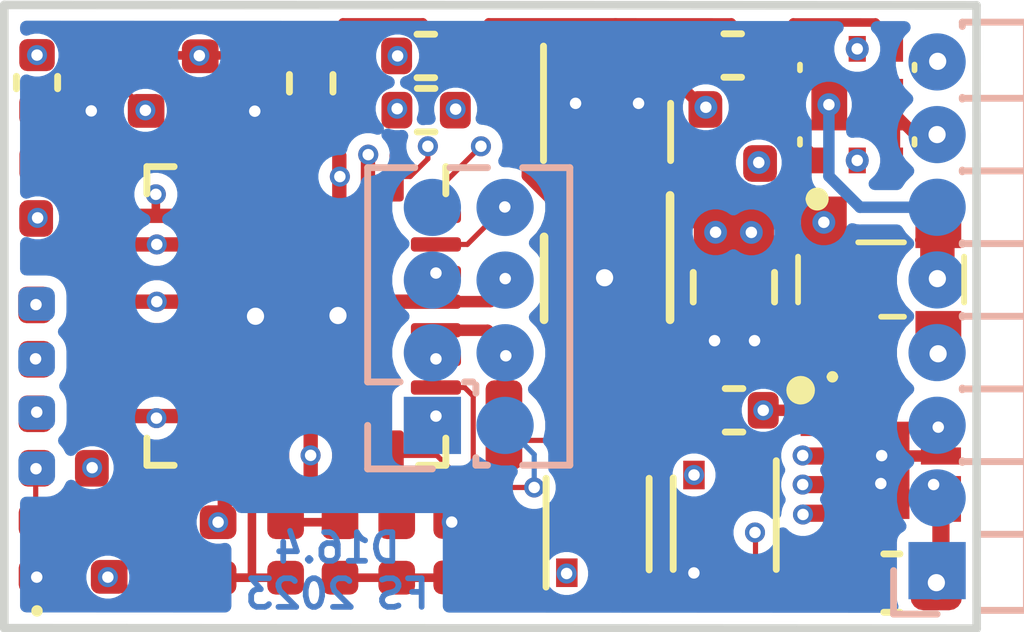
<source format=kicad_pcb>
(kicad_pcb (version 20171130) (host pcbnew "(5.1.12)-1")
  (layers (0 F.Cu signal) (1 In1.Cu signal) (2 In2.Cu signal) (3 In3.Cu signal) (4 In4.Cu signal) (31 B.Cu signal hide) (34 B.Paste user hide) (35 F.Paste user hide) (36 B.SilkS user) (37 F.SilkS user) (38 B.Mask user hide) (39 F.Mask user) (44 Edge.Cuts user))
  (net 0 "")
  (net 1 GND)
  (net 2 +3V3)
  (net 3 DCC-b)
  (net 4 DCC-a)
  (net 5 RCM.tx)
  (net 6 UDCC-a)
  (net 7 UDCC-b)
  (net 8 "Net-(R7-Pad2)")
  (net 9 "Net-(R8-Pad2)")
  (net 10 ISENS)
  (net 11 PWM2)
  (net 12 PWM1)
  (net 13 M1)
  (net 14 M2)
  (net 15 uSENS2)
  (net 16 uSENS1)
  (net 17 "Net-(Q1-Pad5)")
  (net 18 "Net-(Q1-Pad2)")
  (net 19 VHBR)
  (net 20 "Net-(Q1-Pad3)")
  (net 21 "Net-(Q2-Pad5)")
  (net 22 LED.R.red)
  (net 23 LED.R.wht)
  (net 24 LED.F.wht)
  (net 25 "Net-(C2-Pad1)")
  (net 26 "Net-(C5-Pad1)")
  (net 27 V24.rx)
  (net 28 V24.tx)
  (net 29 UPDI)
  (net 30 V24.cts)
  (net 31 V24.rts)
  (net 32 Lr)
  (net 33 Lf)
  (net 34 F0r)
  (net 35 F0f)
  (net 36 "Net-(D1-Pad2)")
  (net 37 "Net-(R14-Pad2)")
  (net 38 "Net-(R16-Pad1)")
  (net 39 "Net-(R14-Pad1)")
  (net 40 Vref)
  (net 41 LED.F.red)
  (net 42 "Net-(IC1-Pad1)")
  (net 43 IFL)
  (net 44 "Net-(Q3-Pad1)")
  (module Resistor_SMD:R_0402_1005Metric (layer F.Cu) (at 55.85968 -47.32274 90)
    (fp_text reference R22 hide)
    (fp_text value 2)
    (pad 2 smd roundrect (at 0.51 0 90) (size 0.54 0.64) (layers F.Cu F.Paste F.Mask) (net 44 "Net-(Q3-Pad1)"))
    (pad 1 smd roundrect (at -0.51 0 90) (size 0.54 0.64) (layers F.Cu F.Paste F.Mask) (net 1 GND))
  )
  (module _Samac:CSD87502Q2 (layer F.Cu) (at 65.39484 -46.94936 90)
    (fp_text reference Q3 hide)
    (fp_text value CSD87502Q2 hide)
    (pad D2 smd rect (at 0 0.488 180) (size 0.625 0.9) (layers F.Cu F.Paste F.Mask) (net 33 Lf))
    (pad D1 smd rect (at 0 -0.488 180) (size 0.625 0.9) (layers F.Cu F.Paste F.Mask) (net 32 Lr))
    (pad 6 smd rect (at 0.975 -0.65 180) (size 0.3 0.45) (layers F.Cu F.Paste F.Mask) (net 32 Lr))
    (pad 5 smd rect (at 0.975 0 180) (size 0.3 0.45) (layers F.Cu F.Paste F.Mask) (net 35 F0f))
    (pad 4 smd rect (at 0.975 0.65 180) (size 0.3 0.45) (layers F.Cu F.Paste F.Mask) (net 44 "Net-(Q3-Pad1)"))
    (pad 3 smd rect (at -0.975 0.65 180) (size 0.3 0.45) (layers F.Cu F.Paste F.Mask) (net 33 Lf))
    (pad 2 smd rect (at -0.975 0 180) (size 0.3 0.45) (layers F.Cu F.Paste F.Mask) (net 34 F0r))
    (pad 1 smd rect (at -0.975 -0.65 180) (size 0.3 0.45) (layers F.Cu F.Paste F.Mask) (net 44 "Net-(Q3-Pad1)"))
  )
  (module _Samac:SON50P200X200X80-9N (layer F.Cu) (at 65.80632 -40.55872)
    (fp_text reference IC1)
    (fp_text value DRV8231ADSGR hide)
    (pad 9 smd rect (at 0 0) (size 1 1.7) (layers F.Cu F.Paste F.Mask) (net 1 GND))
    (pad 8 smd rect (at 1.05 -0.75 90) (size 0.3 0.7) (layers F.Cu F.Paste F.Mask) (net 13 M1))
    (pad 7 smd rect (at 1.05 -0.25 90) (size 0.3 0.7) (layers F.Cu F.Paste F.Mask) (net 1 GND))
    (pad 6 smd rect (at 1.05 0.25 90) (size 0.3 0.7) (layers F.Cu F.Paste F.Mask) (net 14 M2))
    (pad 5 smd rect (at 1.05 0.75 90) (size 0.3 0.7) (layers F.Cu F.Paste F.Mask) (net 19 VHBR))
    (pad 4 smd rect (at -1.05 0.75 90) (size 0.3 0.7) (layers F.Cu F.Paste F.Mask) (net 40 Vref))
    (pad 3 smd rect (at -1.05 0.25 90) (size 0.3 0.7) (layers F.Cu F.Paste F.Mask) (net 11 PWM2))
    (pad 2 smd rect (at -1.05 -0.25 90) (size 0.3 0.7) (layers F.Cu F.Paste F.Mask) (net 12 PWM1))
    (pad 1 smd rect (at -1.05 -0.75 90) (size 0.3 0.7) (layers F.Cu F.Paste F.Mask) (net 42 "Net-(IC1-Pad1)"))
  )
  (module _Samac:BF998215 (layer F.Cu) (at 65.8114 -43.51782)
    (fp_text reference D3 hide)
    (fp_text value BAS3007ARPPE6327HTSA1 hide)
    (pad 4 smd rect (at -1 -1.375 90) (size 0.9 0.8) (layers F.Cu F.Paste F.Mask) (net 26 "Net-(C5-Pad1)"))
    (pad 3 smd rect (at 1 -1.375 90) (size 0.9 0.8) (layers F.Cu F.Paste F.Mask) (net 4 DCC-a))
    (pad 2 smd rect (at 1 0.625 90) (size 0.9 0.8) (layers F.Cu F.Paste F.Mask) (net 3 DCC-b))
    (pad 1 smd rect (at -0.8 0.625 90) (size 0.9 1.2) (layers F.Cu F.Paste F.Mask) (net 1 GND))
  )
  (module Resistor_SMD:R_0402_1005Metric (layer F.Cu) (at 63.2206 -47.80788)
    (fp_text reference R9 hide)
    (fp_text value 2)
    (pad 2 smd roundrect (at 0.51 0) (size 0.54 0.64) (layers F.Cu F.Paste F.Mask) (net 44 "Net-(Q3-Pad1)"))
    (pad 1 smd roundrect (at -0.51 0) (size 0.54 0.64) (layers F.Cu F.Paste F.Mask) (net 1 GND))
  )
  (module Capacitor_SMD:C_0603_1608Metric (layer F.Cu) (at 65.99936 -38.58768 180)
    (fp_text reference C4 hide)
    (fp_text value 2.2u/35V)
    (pad 2 smd roundrect (at 0.775 0 180) (size 0.9 0.95) (layers F.Cu F.Paste F.Mask) (net 1 GND))
    (pad 1 smd roundrect (at -0.775 0 180) (size 0.9 0.95) (layers F.Cu F.Paste F.Mask) (net 19 VHBR))
  )
  (module Resistor_SMD:R_0402_1005Metric (layer F.Cu) (at 57.8612 -47.80026 180)
    (fp_text reference R21 hide)
    (fp_text value 220k)
    (pad 2 smd roundrect (at 0.51 0 180) (size 0.54 0.64) (layers F.Cu F.Paste F.Mask) (net 43 IFL))
    (pad 1 smd roundrect (at -0.51 0 180) (size 0.54 0.64) (layers F.Cu F.Paste F.Mask) (net 44 "Net-(Q3-Pad1)"))
  )
  (module Resistor_SMD:R_0402_1005Metric (layer F.Cu) (at 57.86628 -46.85284 180)
    (fp_text reference R17 hide)
    (fp_text value 220k)
    (pad 2 smd roundrect (at 0.51 0 180) (size 0.54 0.64) (layers F.Cu F.Paste F.Mask) (net 10 ISENS))
    (pad 1 smd roundrect (at -0.51 0 180) (size 0.54 0.64) (layers F.Cu F.Paste F.Mask) (net 42 "Net-(IC1-Pad1)"))
  )
  (module Capacitor_SMD:C_0402_1005Metric (layer F.Cu) (at 51.07178 -47.33544 270)
    (fp_text reference C6 hide)
    (fp_text value 1u/6V hide)
    (pad 2 smd roundrect (at 0.48 0 270) (size 0.56 0.62) (layers F.Cu F.Paste F.Mask) (net 1 GND))
    (pad 1 smd roundrect (at -0.48 0 270) (size 0.56 0.62) (layers F.Cu F.Paste F.Mask) (net 10 ISENS))
  )
  (module Resistor_SMD:R_0402_1005Metric (layer F.Cu) (at 61.22924 -41.60774 180)
    (fp_text reference R18 hide)
    (fp_text value 10k)
    (pad 2 smd roundrect (at 0.485 0 180) (size 0.59 0.64) (layers F.Cu F.Paste F.Mask) (net 20 "Net-(Q1-Pad3)"))
    (pad 1 smd roundrect (at -0.485 0 180) (size 0.59 0.64) (layers F.Cu F.Paste F.Mask) (net 21 "Net-(Q2-Pad5)"))
  )
  (module Capacitor_SMD:C_0402_1005Metric (layer F.Cu) (at 63.21298 -45.92066 180)
    (fp_text reference C5 hide)
    (fp_text value 1u/35V)
    (pad 2 smd roundrect (at 0.485 0 180) (size 0.59 0.64) (layers F.Cu F.Paste F.Mask) (net 1 GND))
    (pad 1 smd roundrect (at -0.485 0 180) (size 0.59 0.64) (layers F.Cu F.Paste F.Mask) (net 26 "Net-(C5-Pad1)"))
  )
  (module Capacitor_SMD:C_0402_1005Metric (layer F.Cu) (at 59.27852 -47.35068 90)
    (fp_text reference C2 hide)
    (fp_text value 100nF)
    (pad 2 smd roundrect (at 0.485 0 90) (size 0.59 0.64) (layers F.Cu F.Paste F.Mask) (net 1 GND))
    (pad 1 smd roundrect (at -0.485 0 90) (size 0.59 0.64) (layers F.Cu F.Paste F.Mask) (net 25 "Net-(C2-Pad1)"))
  )
  (module Package_DFN_QFN:DFN-6-1EP_2x2mm_P0.65mm_EP1x1.6mm (layer F.Cu) (at 61.02604 -43.91406 270)
    (fp_text reference U4 hide)
    (fp_text value TPS22810DRVR)
    (pad 1 smd rect (at -1.05 -0.65 270) (size 0.65 0.35) (layers F.Cu F.Paste F.Mask) (net 19 VHBR))
    (pad 2 smd rect (at -1.05 0 270) (size 0.65 0.35) (layers F.Cu F.Paste F.Mask))
    (pad 3 smd rect (at -1.05 0.65 270) (size 0.65 0.35) (layers F.Cu F.Paste F.Mask) (net 25 "Net-(C2-Pad1)"))
    (pad 4 smd rect (at 1.05 0.65 270) (size 0.65 0.35) (layers F.Cu F.Paste F.Mask) (net 1 GND))
    (pad 5 smd rect (at 1.05 0 270) (size 0.65 0.35) (layers F.Cu F.Paste F.Mask) (net 26 "Net-(C5-Pad1)"))
    (pad 6 smd rect (at 1.05 -0.65 270) (size 0.65 0.35) (layers F.Cu F.Paste F.Mask) (net 26 "Net-(C5-Pad1)"))
    (pad 7 smd rect (at 0 0 270) (size 1 1.6) (layers F.Cu F.Mask) (net 1 GND))
  )
  (module Resistor_SMD:R_0402_1005Metric (layer F.Cu) (at 63.24346 -41.60774)
    (fp_text reference R2 hide)
    (fp_text value 3.3k)
    (pad 2 smd roundrect (at 0.51 0) (size 0.54 0.64) (layers F.Cu F.Paste F.Mask) (net 42 "Net-(IC1-Pad1)"))
    (pad 1 smd roundrect (at -0.51 0) (size 0.54 0.64) (layers F.Cu F.Paste F.Mask) (net 1 GND))
  )
  (module Capacitor_SMD:C_0402_1005Metric (layer F.Cu) (at 63.22822 -46.86554)
    (fp_text reference C3 hide)
    (fp_text value 22u/6V)
    (pad 2 smd roundrect (at 0.485 0) (size 0.59 0.64) (layers F.Cu F.Paste F.Mask) (net 1 GND))
    (pad 1 smd roundrect (at -0.485 0) (size 0.59 0.64) (layers F.Cu F.Paste F.Mask) (net 2 +3V3))
  )
  (module Capacitor_SMD:C_0402_1005Metric (layer F.Cu) (at 59.19978 -43.23334 270)
    (fp_text reference C1 hide)
    (fp_text value 1u)
    (pad 2 smd roundrect (at 0.485 0 270) (size 0.59 0.64) (layers F.Cu F.Paste F.Mask) (net 2 +3V3))
    (pad 1 smd roundrect (at -0.485 0 270) (size 0.59 0.64) (layers F.Cu F.Paste F.Mask) (net 1 GND))
  )
  (module Connector_PinHeader_1.27mm:PinHeader_2x04_P1.27mm_Vertical (layer B.Cu) (at 57.9755 -41.34358)
    (fp_text reference J1 hide)
    (fp_text value Conn_01x08)
    (pad 1 smd rect (at 0 0) (size 1 1) (layers B.Cu B.Paste B.Mask) (net 31 V24.rts))
    (pad 2 smd oval (at 1.27 0) (size 1 1) (layers B.Cu B.Paste B.Mask) (net 30 V24.cts))
    (pad 3 smd oval (at 0 -1.27) (size 1 1) (layers B.Cu B.Paste B.Mask) (net 29 UPDI))
    (pad 4 smd oval (at 1.27 -1.27) (size 1 1) (layers B.Cu B.Paste B.Mask) (net 2 +3V3))
    (pad 5 smd oval (at 0 -2.54) (size 1 1) (layers B.Cu B.Paste B.Mask) (net 28 V24.tx))
    (pad 6 smd oval (at 1.27 -2.54) (size 1 1) (layers B.Cu B.Paste B.Mask) (net 1 GND))
    (pad 7 smd oval (at 0 -3.81) (size 1 1) (layers B.Cu B.Paste B.Mask))
    (pad 8 smd oval (at 1.27 -3.81) (size 1 1) (layers B.Cu B.Paste B.Mask) (net 27 V24.rx))
  )
  (module Resistor_SMD:R_0402_1005Metric (layer B.Cu) (at 51.0667 -41.07942 270)
    (fp_text reference R16 hide)
    (fp_text value dummy)
    (pad 2 smd roundrect (at 0.485 0 270) (size 0.59 0.64) (layers B.Cu B.Paste B.Mask) (net 36 "Net-(D1-Pad2)"))
    (pad 1 smd roundrect (at -0.485 0 270) (size 0.59 0.64) (layers B.Cu B.Paste B.Mask) (net 38 "Net-(R16-Pad1)"))
  )
  (module Resistor_SMD:R_0402_1005Metric (layer B.Cu) (at 51.06416 -42.98188 270)
    (fp_text reference R14 hide)
    (fp_text value dummy)
    (pad 2 smd roundrect (at 0.485 0 270) (size 0.59 0.64) (layers B.Cu B.Paste B.Mask) (net 37 "Net-(R14-Pad2)"))
    (pad 1 smd roundrect (at -0.485 0 270) (size 0.59 0.64) (layers B.Cu B.Paste B.Mask) (net 39 "Net-(R14-Pad1)"))
  )
  (module Connector_PinHeader_1.27mm:PinHeader_1x08_P1.27mm_Horizontal (layer B.Cu) (at 66.7893 -38.80612)
    (fp_text reference J2 hide)
    (fp_text value Conn_01x08)
    (pad 1 smd rect (at 0 0) (size 1 1) (layers B.Cu B.Paste B.Mask) (net 19 VHBR))
    (pad 2 smd oval (at 0 -1.27) (size 1 1) (layers B.Cu B.Paste B.Mask) (net 14 M2))
    (pad 3 smd oval (at 0 -2.54) (size 1 1) (layers B.Cu B.Paste B.Mask) (net 13 M1))
    (pad 4 smd oval (at 0 -3.81) (size 1 1) (layers B.Cu B.Paste B.Mask) (net 3 DCC-b))
    (pad 5 smd oval (at 0 -5.08) (size 1 1) (layers B.Cu B.Paste B.Mask) (net 4 DCC-a))
    (pad 6 smd oval (at 0 -6.35) (size 1 1) (layers B.Cu B.Paste B.Mask) (net 32 Lr))
    (pad 7 smd oval (at 0 -7.62) (size 1 1) (layers B.Cu B.Paste B.Mask) (net 33 Lf))
    (pad 8 smd oval (at 0 -8.89) (size 1 1) (layers B.Cu B.Paste B.Mask) (net 1 GND))
  )
  (module LED_SMD:LED_0402_1005Metric (layer F.Cu) (at 51.07178 -39.1922 90)
    (fp_text reference D1 hide)
    (fp_text value LED)
    (pad 2 smd roundrect (at 0.485 0 90) (size 0.59 0.64) (layers F.Cu F.Paste F.Mask) (net 36 "Net-(D1-Pad2)"))
    (pad 1 smd roundrect (at -0.485 0 90) (size 0.59 0.64) (layers F.Cu F.Paste F.Mask) (net 1 GND))
  )
  (module Package_DFN_QFN:VQFN-32-1EP_5x5mm_P0.5mm_EP3.1x3.1mm (layer F.Cu) (at 55.6006 -43.2562 270)
    (fp_text reference U1 hide)
    (fp_text value AVR-64DA32)
    (pad 33 smd roundrect (at 0 0 270) (size 3.1 3.1) (layers F.Cu F.Mask) (roundrect_rratio 0.08064483870967742) (net 1 GND))
    (pad 1 smd roundrect (at -2.4375 -1.75 270) (size 0.875 0.25) (layers F.Cu F.Paste F.Mask) (net 35 F0f))
    (pad 2 smd roundrect (at -2.4375 -1.25 270) (size 0.875 0.25) (layers F.Cu F.Paste F.Mask) (net 12 PWM1))
    (pad 3 smd roundrect (at -2.4375 -0.75 270) (size 0.875 0.25) (layers F.Cu F.Paste F.Mask) (net 11 PWM2))
    (pad 4 smd roundrect (at -2.4375 -0.25 270) (size 0.875 0.25) (layers F.Cu F.Paste F.Mask))
    (pad 5 smd roundrect (at -2.4375 0.25 270) (size 0.875 0.25) (layers F.Cu F.Paste F.Mask))
    (pad 6 smd roundrect (at -2.4375 0.75 270) (size 0.875 0.25) (layers F.Cu F.Paste F.Mask))
    (pad 7 smd roundrect (at -2.4375 1.25 270) (size 0.875 0.25) (layers F.Cu F.Paste F.Mask))
    (pad 8 smd roundrect (at -2.4375 1.75 270) (size 0.875 0.25) (layers F.Cu F.Paste F.Mask) (net 8 "Net-(R7-Pad2)"))
    (pad 9 smd roundrect (at -1.75 2.4375 270) (size 0.25 0.875) (layers F.Cu F.Paste F.Mask) (net 41 LED.F.red))
    (pad 10 smd roundrect (at -1.25 2.4375 270) (size 0.25 0.875) (layers F.Cu F.Paste F.Mask) (net 6 UDCC-a))
    (pad 11 smd roundrect (at -0.75 2.4375 270) (size 0.25 0.875) (layers F.Cu F.Paste F.Mask) (net 16 uSENS1))
    (pad 12 smd roundrect (at -0.25 2.4375 270) (size 0.25 0.875) (layers F.Cu F.Paste F.Mask) (net 43 IFL))
    (pad 13 smd roundrect (at 0.25 2.4375 270) (size 0.25 0.875) (layers F.Cu F.Paste F.Mask) (net 23 LED.R.wht))
    (pad 14 smd roundrect (at 0.75 2.4375 270) (size 0.25 0.875) (layers F.Cu F.Paste F.Mask) (net 22 LED.R.red))
    (pad 15 smd roundrect (at 1.25 2.4375 270) (size 0.25 0.875) (layers F.Cu F.Paste F.Mask) (net 24 LED.F.wht))
    (pad 16 smd roundrect (at 1.75 2.4375 270) (size 0.25 0.875) (layers F.Cu F.Paste F.Mask) (net 40 Vref))
    (pad 17 smd roundrect (at 2.4375 1.75 270) (size 0.875 0.25) (layers F.Cu F.Paste F.Mask) (net 15 uSENS2))
    (pad 18 smd roundrect (at 2.4375 1.25 270) (size 0.875 0.25) (layers F.Cu F.Paste F.Mask) (net 2 +3V3))
    (pad 19 smd roundrect (at 2.4375 0.75 270) (size 0.875 0.25) (layers F.Cu F.Paste F.Mask) (net 1 GND))
    (pad 20 smd roundrect (at 2.4375 0.25 270) (size 0.875 0.25) (layers F.Cu F.Paste F.Mask) (net 7 UDCC-b))
    (pad 21 smd roundrect (at 2.4375 -0.25 270) (size 0.875 0.25) (layers F.Cu F.Paste F.Mask) (net 10 ISENS))
    (pad 22 smd roundrect (at 2.4375 -0.75 270) (size 0.875 0.25) (layers F.Cu F.Paste F.Mask))
    (pad 23 smd roundrect (at 2.4375 -1.25 270) (size 0.875 0.25) (layers F.Cu F.Paste F.Mask) (net 9 "Net-(R8-Pad2)"))
    (pad 24 smd roundrect (at 2.4375 -1.75 270) (size 0.875 0.25) (layers F.Cu F.Paste F.Mask) (net 5 RCM.tx))
    (pad 25 smd roundrect (at 1.75 -2.4375 270) (size 0.25 0.875) (layers F.Cu F.Paste F.Mask) (net 31 V24.rts))
    (pad 26 smd roundrect (at 1.25 -2.4375 270) (size 0.25 0.875) (layers F.Cu F.Paste F.Mask) (net 30 V24.cts))
    (pad 27 smd roundrect (at 0.75 -2.4375 270) (size 0.25 0.875) (layers F.Cu F.Paste F.Mask) (net 29 UPDI))
    (pad 28 smd roundrect (at 0.25 -2.4375 270) (size 0.25 0.875) (layers F.Cu F.Paste F.Mask) (net 2 +3V3))
    (pad 29 smd roundrect (at -0.25 -2.4375 270) (size 0.25 0.875) (layers F.Cu F.Paste F.Mask) (net 1 GND))
    (pad 30 smd roundrect (at -0.75 -2.4375 270) (size 0.25 0.875) (layers F.Cu F.Paste F.Mask) (net 28 V24.tx))
    (pad 31 smd roundrect (at -1.25 -2.4375 270) (size 0.25 0.875) (layers F.Cu F.Paste F.Mask) (net 27 V24.rx))
    (pad 32 smd roundrect (at -1.75 -2.4375 270) (size 0.25 0.875) (layers F.Cu F.Paste F.Mask) (net 34 F0r))
  )
  (module Capacitor_SMD:C_0805_2012Metric (layer F.Cu) (at 63.24092 -43.75912 270)
    (fp_text reference C7 hide)
    (fp_text value 22u/25V)
    (pad 2 smd roundrect (at 0.9375 0 270) (size 0.975 1.4) (layers F.Cu F.Paste F.Mask) (net 1 GND))
    (pad 1 smd roundrect (at -0.9375 0 270) (size 0.975 1.4) (layers F.Cu F.Paste F.Mask) (net 19 VHBR))
  )
  (module Resistor_SMD:R_0402_1005Metric (layer F.Cu) (at 54.8767 -47.31004 90)
    (fp_text reference R19 hide)
    (fp_text value 10k)
    (pad 2 smd roundrect (at 0.485 0 90) (size 0.59 0.64) (layers F.Cu F.Paste F.Mask) (net 4 DCC-a))
    (pad 1 smd roundrect (at -0.485 0 90) (size 0.59 0.64) (layers F.Cu F.Paste F.Mask) (net 1 GND))
  )
  (module Resistor_SMD:R_0402_1005Metric (layer F.Cu) (at 58.31332 -39.17188 270)
    (fp_text reference R20 hide)
    (fp_text value 10k)
    (pad 2 smd roundrect (at 0.485 0 270) (size 0.59 0.64) (layers F.Cu F.Paste F.Mask) (net 3 DCC-b))
    (pad 1 smd roundrect (at -0.485 0 270) (size 0.59 0.64) (layers F.Cu F.Paste F.Mask) (net 1 GND))
  )
  (module Resistor_SMD:R_0402_1005Metric (layer F.Cu) (at 51.5239 -43.44924 180)
    (fp_text reference R6 hide)
    (fp_text value 2.2k)
    (pad 2 smd roundrect (at 0.485 0 180) (size 0.59 0.64) (layers F.Cu F.Paste F.Mask) (net 39 "Net-(R14-Pad1)"))
    (pad 1 smd roundrect (at -0.485 0 180) (size 0.59 0.64) (layers F.Cu F.Paste F.Mask) (net 23 LED.R.wht))
  )
  (module Resistor_SMD:R_0402_1005Metric (layer F.Cu) (at 51.53406 -42.49928 180)
    (fp_text reference R4 hide)
    (fp_text value 2.2k)
    (pad 2 smd roundrect (at 0.485 0 180) (size 0.59 0.64) (layers F.Cu F.Paste F.Mask) (net 37 "Net-(R14-Pad2)"))
    (pad 1 smd roundrect (at -0.485 0 180) (size 0.59 0.64) (layers F.Cu F.Paste F.Mask) (net 22 LED.R.red))
  )
  (module Resistor_SMD:R_0402_1005Metric (layer F.Cu) (at 51.54422 -40.59428 180)
    (fp_text reference R1 hide)
    (fp_text value 3.3k)
    (pad 2 smd roundrect (at 0.485 0 180) (size 0.59 0.64) (layers F.Cu F.Paste F.Mask) (net 36 "Net-(D1-Pad2)"))
    (pad 1 smd roundrect (at -0.485 0 180) (size 0.59 0.64) (layers F.Cu F.Paste F.Mask) (net 41 LED.F.red))
  )
  (module Package_SON:WSON-6-1EP_2x2mm_P0.65mm_EP1x1.6mm_ThermalVias (layer F.Cu) (at 61.02604 -46.97222 270)
    (fp_text reference IC2 hide)
    (fp_text value NCP730BM)
    (pad 1 smd roundrect (at -0.8875 -0.65 270) (size 0.375 0.4) (layers F.Cu F.Paste F.Mask) (net 2 +3V3))
    (pad 2 smd roundrect (at -0.8875 0 270) (size 0.375 0.4) (layers F.Cu F.Paste F.Mask))
    (pad 3 smd roundrect (at -0.8875 0.65 270) (size 0.375 0.4) (layers F.Cu F.Paste F.Mask) (net 1 GND))
    (pad 4 smd roundrect (at 0.8875 0.65 270) (size 0.375 0.4) (layers F.Cu F.Paste F.Mask))
    (pad 5 smd roundrect (at 0.8875 0 270) (size 0.375 0.4) (layers F.Cu F.Paste F.Mask))
    (pad 6 smd roundrect (at 0.8875 -0.65 270) (size 0.375 0.4) (layers F.Cu F.Paste F.Mask) (net 19 VHBR))
    (pad 7 smd rect (at 0 0 270) (size 1 1.6) (layers F.Cu F.Mask) (net 1 GND))
    (pad 7 thru_hole circle (at 0 -0.55 270) (size 0.5 0.5) (drill 0.2) (layers *.Cu) (net 1 GND))
    (pad 7 thru_hole circle (at 0 0.55 270) (size 0.5 0.5) (drill 0.2) (layers *.Cu) (net 1 GND))
    (pad 7 smd rect (at 0 0 270) (size 0.5 1.6) (layers B.Cu) (net 1 GND))
  )
  (module Package_TO_SOT_SMD:SOT-666 (layer F.Cu) (at 63.0809 -39.62654 270)
    (fp_text reference Q2 hide)
    (fp_text value BC847BDW1 hide)
    (pad 6 smd rect (at 0.85 -0.5375 270) (size 0.5 0.375) (layers F.Cu F.Paste F.Mask) (net 3 DCC-b))
    (pad 4 smd rect (at 0.85 0.5375 270) (size 0.5 0.375) (layers F.Cu F.Paste F.Mask) (net 1 GND))
    (pad 2 smd rect (at -0.925 0 270) (size 0.65 0.3) (layers F.Cu F.Paste F.Mask) (net 20 "Net-(Q1-Pad3)"))
    (pad 5 smd rect (at 0.925 0 270) (size 0.65 0.3) (layers F.Cu F.Paste F.Mask) (net 21 "Net-(Q2-Pad5)"))
    (pad 3 smd rect (at -0.85 0.5375 270) (size 0.5 0.375) (layers F.Cu F.Paste F.Mask) (net 4 DCC-a))
    (pad 1 smd rect (at -0.85 -0.5375 270) (size 0.5 0.375) (layers F.Cu F.Paste F.Mask) (net 20 "Net-(Q1-Pad3)"))
  )
  (module Package_TO_SOT_SMD:SOT-666 (layer F.Cu) (at 60.86094 -39.61892 90)
    (fp_text reference Q1 hide)
    (fp_text value BC857BDW1 hide)
    (pad 6 smd rect (at 0.85 -0.5375 90) (size 0.5 0.375) (layers F.Cu F.Paste F.Mask) (net 17 "Net-(Q1-Pad5)"))
    (pad 4 smd rect (at 0.85 0.5375 90) (size 0.5 0.375) (layers F.Cu F.Paste F.Mask) (net 18 "Net-(Q1-Pad2)"))
    (pad 2 smd rect (at -0.925 0 90) (size 0.65 0.3) (layers F.Cu F.Paste F.Mask) (net 18 "Net-(Q1-Pad2)"))
    (pad 5 smd rect (at 0.925 0 90) (size 0.65 0.3) (layers F.Cu F.Paste F.Mask) (net 17 "Net-(Q1-Pad5)"))
    (pad 3 smd rect (at -0.85 0.5375 90) (size 0.5 0.375) (layers F.Cu F.Paste F.Mask) (net 20 "Net-(Q1-Pad3)"))
    (pad 1 smd rect (at -0.85 -0.5375 90) (size 0.5 0.375) (layers F.Cu F.Paste F.Mask) (net 2 +3V3))
  )
  (module Resistor_SMD:R_0402_1005Metric (layer F.Cu) (at 59.26836 -39.1795 270)
    (fp_text reference R15 hide)
    (fp_text value 10k)
    (pad 2 smd roundrect (at 0.485 0 270) (size 0.59 0.64) (layers F.Cu F.Paste F.Mask) (net 17 "Net-(Q1-Pad5)"))
    (pad 1 smd roundrect (at -0.485 0 270) (size 0.59 0.64) (layers F.Cu F.Paste F.Mask) (net 5 RCM.tx))
  )
  (module Resistor_SMD:R_0402_1005Metric (layer F.Cu) (at 59.22518 -41.3512 270)
    (fp_text reference R3 hide)
    (fp_text value 22)
    (pad 2 smd roundrect (at 0.485 0 270) (size 0.59 0.64) (layers F.Cu F.Paste F.Mask) (net 18 "Net-(Q1-Pad2)"))
    (pad 1 smd roundrect (at -0.485 0 270) (size 0.59 0.64) (layers F.Cu F.Paste F.Mask) (net 2 +3V3))
  )
  (module Resistor_SMD:R_0402_1005Metric (layer F.Cu) (at 51.54422 -45.91558)
    (fp_text reference R13 hide)
    (fp_text value 10k)
    (pad 2 smd roundrect (at 0.485 0) (size 0.59 0.64) (layers F.Cu F.Paste F.Mask) (net 16 uSENS1))
    (pad 1 smd roundrect (at -0.485 0) (size 0.59 0.64) (layers F.Cu F.Paste F.Mask) (net 1 GND))
  )
  (module Resistor_SMD:R_0402_1005Metric (layer F.Cu) (at 51.54168 -44.96054 180)
    (fp_text reference R12 hide)
    (fp_text value 68k)
    (pad 2 smd roundrect (at 0.485 0 180) (size 0.59 0.64) (layers F.Cu F.Paste F.Mask) (net 13 M1))
    (pad 1 smd roundrect (at -0.485 0 180) (size 0.59 0.64) (layers F.Cu F.Paste F.Mask) (net 16 uSENS1))
  )
  (module Resistor_SMD:R_0402_1005Metric (layer F.Cu) (at 53.28158 -39.17442 90)
    (fp_text reference R11 hide)
    (fp_text value 10k)
    (pad 2 smd roundrect (at 0.485 0 90) (size 0.59 0.64) (layers F.Cu F.Paste F.Mask) (net 15 uSENS2))
    (pad 1 smd roundrect (at -0.485 0 90) (size 0.59 0.64) (layers F.Cu F.Paste F.Mask) (net 1 GND))
  )
  (module Resistor_SMD:R_0402_1005Metric (layer F.Cu) (at 52.33162 -39.18204 270)
    (fp_text reference R10 hide)
    (fp_text value 68k)
    (pad 2 smd roundrect (at 0.485 0 270) (size 0.59 0.64) (layers F.Cu F.Paste F.Mask) (net 14 M2))
    (pad 1 smd roundrect (at -0.485 0 270) (size 0.59 0.64) (layers F.Cu F.Paste F.Mask) (net 15 uSENS2))
  )
  (module Resistor_SMD:R_0402_1005Metric (layer F.Cu) (at 51.52898 -41.54678 180)
    (fp_text reference R5 hide)
    (fp_text value 3.3k)
    (pad 2 smd roundrect (at 0.485 0 180) (size 0.59 0.64) (layers F.Cu F.Paste F.Mask) (net 38 "Net-(R16-Pad1)"))
    (pad 1 smd roundrect (at -0.485 0 180) (size 0.59 0.64) (layers F.Cu F.Paste F.Mask) (net 24 LED.F.wht))
  )
  (module Capacitor_SMD:C_0402_1005Metric (layer F.Cu) (at 54.23408 -39.1668 90)
    (fp_text reference C13 hide)
    (fp_text value 1u)
    (pad 2 smd roundrect (at 0.485 0 90) (size 0.59 0.64) (layers F.Cu F.Paste F.Mask) (net 2 +3V3))
    (pad 1 smd roundrect (at -0.485 0 90) (size 0.59 0.64) (layers F.Cu F.Paste F.Mask) (net 1 GND))
  )
  (module Resistor_SMD:R_0402_1005Metric (layer F.Cu) (at 57.3532 -39.1668 90)
    (fp_text reference R8 hide)
    (fp_text value 33k)
    (pad 2 smd roundrect (at 0.485 0 90) (size 0.59 0.64) (layers F.Cu F.Paste F.Mask) (net 9 "Net-(R8-Pad2)"))
    (pad 1 smd roundrect (at -0.485 0 90) (size 0.59 0.64) (layers F.Cu F.Paste F.Mask) (net 3 DCC-b))
  )
  (module Resistor_SMD:R_0402_1005Metric (layer F.Cu) (at 53.92166 -47.31004 270)
    (fp_text reference R7 hide)
    (fp_text value 33k)
    (pad 2 smd roundrect (at 0.485 0 270) (size 0.59 0.64) (layers F.Cu F.Paste F.Mask) (net 8 "Net-(R7-Pad2)"))
    (pad 1 smd roundrect (at -0.485 0 270) (size 0.59 0.64) (layers F.Cu F.Paste F.Mask) (net 4 DCC-a))
  )
  (module Resistor_SMD:R_0402_1005Metric (layer F.Cu) (at 55.41264 -39.1668 270)
    (fp_text reference R37 hide)
    (fp_text value 9.1k)
    (pad 2 smd roundrect (at 0.485 0 270) (size 0.59 0.64) (layers F.Cu F.Paste F.Mask) (net 1 GND))
    (pad 1 smd roundrect (at -0.485 0 270) (size 0.59 0.64) (layers F.Cu F.Paste F.Mask) (net 7 UDCC-b))
  )
  (module Resistor_SMD:R_0402_1005Metric (layer F.Cu) (at 52.02682 -47.32528 270)
    (fp_text reference R36 hide)
    (fp_text value 9.1k)
    (pad 2 smd roundrect (at 0.485 0 270) (size 0.59 0.64) (layers F.Cu F.Paste F.Mask) (net 1 GND))
    (pad 1 smd roundrect (at -0.485 0 270) (size 0.59 0.64) (layers F.Cu F.Paste F.Mask) (net 6 UDCC-a))
  )
  (module Resistor_SMD:R_0402_1005Metric (layer F.Cu) (at 56.3626 -39.1668 90)
    (fp_text reference R35 hide)
    (fp_text value 220k)
    (pad 2 smd roundrect (at 0.485 0 90) (size 0.59 0.64) (layers F.Cu F.Paste F.Mask) (net 7 UDCC-b))
    (pad 1 smd roundrect (at -0.485 0 90) (size 0.59 0.64) (layers F.Cu F.Paste F.Mask) (net 3 DCC-b))
  )
  (module Resistor_SMD:R_0402_1005Metric (layer F.Cu) (at 52.97678 -47.32528 270)
    (fp_text reference R34 hide)
    (fp_text value 220k)
    (pad 2 smd roundrect (at 0.485 0 270) (size 0.59 0.64) (layers F.Cu F.Paste F.Mask) (net 6 UDCC-a))
    (pad 1 smd roundrect (at -0.485 0 270) (size 0.59 0.64) (layers F.Cu F.Paste F.Mask) (net 4 DCC-a))
  )
  (gr_text "D16.4\nFS 2023" (at 56.3118 -38.80104) (layer B.Cu) (effects (font (size 0.5 0.5) (thickness 0.1)) (justify mirror)))
  (gr_line (start 50.50028 -37.80028) (end 50.50028 -48.6918) (layer Edge.Cuts) (width 0.15))
  (gr_line (start 67.47764 -48.68418) (end 67.48018 -37.79266) (layer Edge.Cuts) (width 0.15))
  (gr_line (start 50.50028 -48.6918) (end 67.47764 -48.68418) (layer Edge.Cuts) (width 0.15))
  (gr_line (start 67.48018 -37.79266) (end 50.50028 -37.80028) (layer Edge.Cuts) (width 0.15))
  (via (at 66.79946 -47.70628) (size 0.6) (drill 0.3) (layers F.Cu B.Cu) (net 1))
  (via (at 52.0192 -46.84014) (size 0.35) (drill 0.2) (layers F.Cu B.Cu) (net 1))
  (via (at 62.54242 -38.76548) (size 0.35) (drill 0.2) (layers F.Cu B.Cu) (net 1))
  (via (at 59.24804 -43.90898) (size 0.35) (drill 0.2) (layers F.Cu B.Cu) (net 1))
  (via (at 58.31332 -39.65448) (size 0.35) (drill 0.2) (layers F.Cu B.Cu) (net 1))
  (segment (start 54.8506 -42.5062) (end 54.8506 -40.8187) (width 0.25) (layer F.Cu) (net 1))
  (segment (start 55.6006 -43.2562) (end 54.8506 -42.5062) (width 0.2) (layer F.Cu) (net 1))
  (segment (start 55.6006 -43.2562) (end 55.8506 -43.5062) (width 0.2) (layer F.Cu) (net 1))
  (segment (start 58.0421 -43.5102) (end 58.0381 -43.5062) (width 0.15) (layer F.Cu) (net 1))
  (segment (start 54.2798 -38.6818) (end 55.372 -38.6818) (width 0.15) (layer F.Cu) (net 1))
  (segment (start 58.05734 -43.52544) (end 58.0381 -43.5062) (width 0.15) (layer F.Cu) (net 1))
  (segment (start 58.0381 -43.5062) (end 58.06242 -43.53052) (width 0.15) (layer F.Cu) (net 1))
  (segment (start 54.26456 -38.69704) (end 54.2798 -38.6818) (width 0.15) (layer F.Cu) (net 1))
  (segment (start 55.8506 -43.5062) (end 58.0381 -43.5062) (width 0.25) (layer F.Cu) (net 1))
  (segment (start 50.8738 -45.9138) (end 50.88 -45.92) (width 0.15) (layer F.Cu) (net 1))
  (segment (start 54.27726 -38.68434) (end 54.2798 -38.6818) (width 0.15) (layer F.Cu) (net 1))
  (segment (start 53.31968 -38.68434) (end 54.27726 -38.68434) (width 0.15) (layer F.Cu) (net 1))
  (via (at 56.32704 -43.26382) (size 0.6) (drill 0.3) (layers F.Cu B.Cu) (net 1))
  (via (at 54.88686 -43.25112) (size 0.6) (drill 0.3) (layers F.Cu B.Cu) (net 1))
  (segment (start 65.82156 -40.81526) (end 65.82156 -40.81526) (width 0.3) (layer F.Cu) (net 1))
  (segment (start 54.8108 -38.6818) (end 54.2798 -38.6818) (width 0.15) (layer F.Cu) (net 1))
  (segment (start 54.82481 -38.69581) (end 54.8108 -38.6818) (width 0.15) (layer F.Cu) (net 1))
  (segment (start 54.82481 -40.79291) (end 54.82481 -38.69581) (width 0.15) (layer F.Cu) (net 1))
  (segment (start 54.8506 -40.8187) (end 54.82481 -40.79291) (width 0.15) (layer F.Cu) (net 1))
  (segment (start 58.98764 -43.5062) (end 59.19978 -43.71834) (width 0.2) (layer F.Cu) (net 1))
  (segment (start 58.0381 -43.5062) (end 58.98764 -43.5062) (width 0.2) (layer F.Cu) (net 1))
  (segment (start 59.0543 -44.0062) (end 59.1693 -43.8912) (width 0.15) (layer B.Cu) (net 1))
  (segment (start 60.37604 -43.26406) (end 61.02604 -43.91406) (width 0.2) (layer F.Cu) (net 1))
  (segment (start 60.37604 -42.86406) (end 60.37604 -43.26406) (width 0.2) (layer F.Cu) (net 1))
  (segment (start 60.37604 -47.07222) (end 60.47604 -46.97222) (width 0.2) (layer F.Cu) (net 1))
  (segment (start 60.37604 -47.85972) (end 60.37604 -47.07222) (width 0.2) (layer F.Cu) (net 1))
  (segment (start 62.77088 -45.95368) (end 63.72084 -46.90364) (width 0.2) (layer F.Cu) (net 1))
  (segment (start 62.74576 -45.95368) (end 62.77088 -45.95368) (width 0.2) (layer F.Cu) (net 1))
  (segment (start 62.7785 -47.84598) (end 63.72084 -46.90364) (width 0.2) (layer F.Cu) (net 1))
  (segment (start 62.71822 -47.84598) (end 62.7785 -47.84598) (width 0.2) (layer F.Cu) (net 1))
  (segment (start 62.73346 -42.3294) (end 63.246 -42.84194) (width 0.2) (layer F.Cu) (net 1))
  (segment (start 62.73346 -41.60774) (end 62.73346 -42.3294) (width 0.2) (layer F.Cu) (net 1))
  (segment (start 59.30256 -47.85972) (end 59.27852 -47.83568) (width 0.2) (layer F.Cu) (net 1))
  (segment (start 60.37604 -47.85972) (end 59.30256 -47.85972) (width 0.2) (layer F.Cu) (net 1))
  (segment (start 63.72084 -46.90364) (end 63.72084 -46.90364) (width 0.2) (layer F.Cu) (net 1))
  (segment (start 61.72722 -46.97222) (end 61.02604 -46.97222) (width 0.2) (layer F.Cu) (net 1))
  (segment (start 62.6491 -45.9359) (end 61.63056 -46.95444) (width 0.3) (layer F.Cu) (net 1))
  (via (at 62.9031 -42.8244) (size 0.4) (drill 0.2) (layers F.Cu B.Cu) (net 1))
  (segment (start 66.05632 -40.80872) (end 65.80632 -40.55872) (width 0.2) (layer F.Cu) (net 1))
  (segment (start 66.85632 -40.80872) (end 66.05632 -40.80872) (width 0.2) (layer F.Cu) (net 1))
  (segment (start 65.3822 -38.78072) (end 65.3822 -38.78072) (width 0.2) (layer F.Cu) (net 1))
  (via (at 54.87416 -46.83506) (size 0.35) (drill 0.2) (layers F.Cu B.Cu) (net 1))
  (segment (start 51.05922 -46.84288) (end 51.07178 -46.85544) (width 0.09) (layer F.Cu) (net 1))
  (segment (start 51.05922 -45.91558) (end 51.05922 -46.84288) (width 0.09) (layer F.Cu) (net 1))
  (segment (start 52.0039 -46.85544) (end 52.0192 -46.84014) (width 0.09) (layer F.Cu) (net 1))
  (segment (start 51.07178 -46.85544) (end 52.0039 -46.85544) (width 0.09) (layer F.Cu) (net 1))
  (via (at 51.0667 -38.69182) (size 0.35) (drill 0.2) (layers F.Cu B.Cu) (net 1))
  (segment (start 65.80632 -40.55872) (end 65.80632 -40.32758) (width 0.2) (layer F.Cu) (net 1))
  (segment (start 65.80632 -39.204814) (end 65.3822 -38.780694) (width 0.3) (layer F.Cu) (net 1))
  (via (at 60.98286 -43.92422) (size 0.6) (drill 0.3) (layers F.Cu B.Cu) (net 1))
  (segment (start 65.82156 -40.81526) (end 65.82156 -40.81526) (width 0.3) (layer F.Cu) (net 1))
  (via (at 65.82156 -40.81526) (size 0.35) (drill 0.2) (layers F.Cu B.Cu) (net 1))
  (segment (start 65.80632 -40.32758) (end 65.80632 -39.204814) (width 0.3) (layer F.Cu) (net 1))
  (via (at 65.80632 -40.32758) (size 0.35) (drill 0.2) (layers F.Cu B.Cu) (net 1))
  (segment (start 64.96052 -42.84194) (end 65.0114 -42.89282) (width 0.35) (layer F.Cu) (net 1))
  (segment (start 63.246 -42.84194) (end 64.96052 -42.84194) (width 0.5) (layer F.Cu) (net 1))
  (segment (start 55.83736 -46.83506) (end 55.85968 -46.81274) (width 0.2) (layer F.Cu) (net 1))
  (segment (start 54.87416 -46.83506) (end 55.83736 -46.83506) (width 0.3) (layer F.Cu) (net 1))
  (via (at 63.6016 -42.8244) (size 0.4) (drill 0.2) (layers F.Cu B.Cu) (net 1))
  (via (at 60.31992 -38.75532) (size 0.35) (drill 0.2) (layers F.Cu B.Cu) (net 2))
  (via (at 59.2582 -42.56024) (size 0.35) (drill 0.2) (layers F.Cu B.Cu) (net 2))
  (segment (start 54.3506 -39.7226) (end 54.2798 -39.6518) (width 0.2) (layer F.Cu) (net 2))
  (segment (start 54.2798 -39.6518) (end 54.2798 -39.6518) (width 0.2) (layer F.Cu) (net 2))
  (segment (start 54.2798 -39.6518) (end 54.2798 -39.6518) (width 0.2) (layer F.Cu) (net 2))
  (segment (start 54.3506 -39.76832) (end 54.23408 -39.6518) (width 0.25) (layer F.Cu) (net 2))
  (segment (start 54.3506 -40.8187) (end 54.3506 -39.76832) (width 0.25) (layer F.Cu) (net 2))
  (segment (start 54.23408 -39.6518) (end 54.23408 -39.6518) (width 0.25) (layer F.Cu) (net 2))
  (via (at 54.23408 -39.6518) (size 0.35) (drill 0.2) (layers F.Cu B.Cu) (net 2))
  (segment (start 58.94192 -43.0062) (end 59.19978 -42.74834) (width 0.2) (layer F.Cu) (net 2))
  (segment (start 58.0381 -43.0062) (end 58.94192 -43.0062) (width 0.2) (layer F.Cu) (net 2))
  (segment (start 59.0543 -42.5062) (end 59.1693 -42.6212) (width 0.15) (layer B.Cu) (net 2))
  (segment (start 59.19978 -41.8616) (end 59.22518 -41.8362) (width 0.2) (layer F.Cu) (net 2))
  (segment (start 59.19978 -42.74834) (end 59.19978 -41.8616) (width 0.2) (layer F.Cu) (net 2))
  (segment (start 62.75084 -46.90364) (end 62.75084 -46.90364) (width 0.2) (layer F.Cu) (net 2))
  (via (at 62.75084 -46.90364) (size 0.4) (drill 0.2) (layers F.Cu B.Cu) (net 2))
  (segment (start 62.68974 -46.90364) (end 62.75084 -46.90364) (width 0.2) (layer F.Cu) (net 2))
  (segment (start 62.12078 -47.4726) (end 62.68974 -46.90364) (width 0.2) (layer F.Cu) (net 2))
  (segment (start 62.12078 -47.77232) (end 62.12078 -47.4726) (width 0.2) (layer F.Cu) (net 2))
  (segment (start 62.03188 -47.86122) (end 62.12078 -47.77232) (width 0.2) (layer F.Cu) (net 2))
  (segment (start 61.73366 -47.85972) (end 61.73516 -47.86122) (width 0.2) (layer F.Cu) (net 2))
  (segment (start 61.73516 -47.86122) (end 62.03188 -47.86122) (width 0.2) (layer F.Cu) (net 2))
  (segment (start 61.67604 -47.85972) (end 61.73366 -47.85972) (width 0.2) (layer F.Cu) (net 2))
  (segment (start 56.3626 -38.6818) (end 56.3626 -38.6818) (width 0.15) (layer F.Cu) (net 3))
  (segment (start 58.30824 -38.6818) (end 58.31332 -38.68688) (width 0.15) (layer F.Cu) (net 3))
  (segment (start 57.3532 -38.6818) (end 58.30824 -38.6818) (width 0.15) (layer F.Cu) (net 3))
  (segment (start 56.3626 -38.6818) (end 57.3532 -38.6818) (width 0.15) (layer F.Cu) (net 3))
  (segment (start 63.627 -38.76794) (end 63.627 -38.76794) (width 0.09) (layer F.Cu) (net 3))
  (segment (start 66.8274 -42.68216) (end 66.8274 -42.68216) (width 0.09) (layer B.Cu) (net 3))
  (segment (start 66.8274 -42.68216) (end 66.48958 -42.68216) (width 0.09) (layer B.Cu) (net 3))
  (via (at 66.80708 -42.5958) (size 0.6) (drill 0.3) (layers F.Cu B.Cu) (net 3))
  (segment (start 63.6184 -38.32508) (end 63.6184 -38.77654) (width 0.09) (layer F.Cu) (net 3))
  (segment (start 63.467239 -38.173919) (end 63.6184 -38.32508) (width 0.09) (layer F.Cu) (net 3))
  (segment (start 58.826281 -38.173919) (end 63.467239 -38.173919) (width 0.09) (layer F.Cu) (net 3))
  (segment (start 58.31332 -38.68688) (end 58.826281 -38.173919) (width 0.09) (layer F.Cu) (net 3))
  (segment (start 63.6184 -39.463002) (end 63.609494 -39.471908) (width 0.09) (layer F.Cu) (net 3))
  (segment (start 63.6184 -38.77654) (end 63.6184 -39.463002) (width 0.09) (layer F.Cu) (net 3))
  (via (at 63.609494 -39.471908) (size 0.35) (drill 0.2) (layers F.Cu B.Cu) (net 3))
  (segment (start 66.8114 -44.89282) (end 66.5032 -44.58462) (width 0.2) (layer F.Cu) (net 4))
  (via (at 66.79438 -43.90898) (size 0.6) (drill 0.3) (layers F.Cu B.Cu) (net 4))
  (segment (start 52.86248 -47.81028) (end 52.86248 -47.81028) (width 0.15) (layer F.Cu) (net 4))
  (segment (start 52.86248 -47.81028) (end 53.85308 -47.81028) (width 0.15) (layer F.Cu) (net 4))
  (segment (start 54.79542 -47.81028) (end 54.8005 -47.81536) (width 0.15) (layer F.Cu) (net 4))
  (segment (start 53.85308 -47.81028) (end 54.79542 -47.81028) (width 0.15) (layer F.Cu) (net 4))
  (via (at 62.54496 -40.47744) (size 0.35) (drill 0.2) (layers F.Cu B.Cu) (net 4))
  (segment (start 54.8005 -47.81536) (end 54.8005 -47.81536) (width 0.15) (layer F.Cu) (net 4))
  (via (at 53.90642 -47.80534) (size 0.35) (drill 0.2) (layers F.Cu B.Cu) (net 4))
  (segment (start 66.79438 -44.8758) (end 66.8114 -44.89282) (width 0.3) (layer F.Cu) (net 4))
  (segment (start 66.79438 -43.90898) (end 66.79438 -44.8758) (width 0.6) (layer F.Cu) (net 4))
  (segment (start 59.26836 -39.6645) (end 59.208474 -39.6645) (width 0.09) (layer F.Cu) (net 5))
  (segment (start 59.208474 -39.6645) (end 58.054274 -40.8187) (width 0.09) (layer F.Cu) (net 5))
  (segment (start 58.054274 -40.8187) (end 57.3506 -40.8187) (width 0.09) (layer F.Cu) (net 5))
  (segment (start 52.74804 -46.72584) (end 52.86114 -46.83894) (width 0.09) (layer F.Cu) (net 6))
  (segment (start 52.86114 -46.83894) (end 52.86248 -46.84028) (width 0.09) (layer F.Cu) (net 6))
  (segment (start 53.1631 -44.5062) (end 53.1631 -44.5062) (width 0.09) (layer F.Cu) (net 6))
  (segment (start 51.99408 -47.8203) (end 52.96408 -46.8503) (width 0.09) (layer F.Cu) (net 6))
  (segment (start 51.87188 -47.81028) (end 51.89248 -47.81028) (width 0.09) (layer F.Cu) (net 6))
  (via (at 53.1631 -44.5062) (size 0.35) (drill 0.2) (layers F.Cu B.Cu) (net 6))
  (segment (start 52.96408 -46.8503) (end 52.96408 -46.8503) (width 0.09) (layer F.Cu) (net 6))
  (via (at 52.96408 -46.8503) (size 0.35) (drill 0.2) (layers F.Cu B.Cu) (net 6))
  (segment (start 55.372 -40.7973) (end 55.3506 -40.8187) (width 0.15) (layer F.Cu) (net 7))
  (segment (start 55.372 -39.6518) (end 56.3626 -39.6518) (width 0.15) (layer F.Cu) (net 7))
  (segment (start 55.372 -39.6518) (end 55.372 -40.7973) (width 0.15) (layer F.Cu) (net 7))
  (segment (start 53.8506 -46.8378) (end 53.85308 -46.84028) (width 0.15) (layer F.Cu) (net 8))
  (segment (start 53.8506 -45.6937) (end 53.8506 -46.8378) (width 0.15) (layer F.Cu) (net 8))
  (segment (start 56.8506 -40.1544) (end 56.8506 -40.8187) (width 0.15) (layer F.Cu) (net 9))
  (segment (start 57.3532 -39.6518) (end 56.8506 -40.1544) (width 0.15) (layer F.Cu) (net 9))
  (via (at 57.36082 -46.87824) (size 0.35) (drill 0.2) (layers F.Cu B.Cu) (net 10))
  (via (at 51.07178 -47.81544) (size 0.35) (drill 0.2) (layers F.Cu B.Cu) (net 10))
  (via (at 55.84952 -40.82034) (size 0.35) (drill 0.2) (layers F.Cu B.Cu) (net 10))
  (via (at 56.36006 -45.69206) (size 0.35) (drill 0.2) (layers F.Cu B.Cu) (net 11))
  (via (at 64.44234 -40.3098) (size 0.35) (drill 0.2) (layers F.Cu B.Cu) (net 11))
  (segment (start 64.44342 -40.30872) (end 64.44234 -40.3098) (width 0.09) (layer F.Cu) (net 11))
  (segment (start 64.75632 -40.30872) (end 64.44342 -40.30872) (width 0.09) (layer F.Cu) (net 11))
  (via (at 56.85536 -46.0756) (size 0.35) (drill 0.2) (layers F.Cu B.Cu) (net 12))
  (segment (start 56.8506 -46.12862) (end 56.8452 -46.13402) (width 0.09) (layer F.Cu) (net 12))
  (segment (start 56.8506 -45.6937) (end 56.8506 -46.12862) (width 0.09) (layer F.Cu) (net 12))
  (via (at 64.44234 -40.8178) (size 0.35) (drill 0.2) (layers F.Cu B.Cu) (net 12))
  (segment (start 64.45142 -40.80872) (end 64.44234 -40.8178) (width 0.09) (layer F.Cu) (net 12))
  (segment (start 64.75632 -40.80872) (end 64.45142 -40.80872) (width 0.09) (layer F.Cu) (net 12))
  (via (at 51.08194 -44.9707) (size 0.35) (drill 0.2) (layers F.Cu B.Cu) (net 13))
  (via (at 66.80962 -41.3131) (size 0.35) (drill 0.2) (layers F.Cu B.Cu) (net 13))
  (via (at 66.72834 -40.3098) (size 0.35) (drill 0.2) (layers F.Cu B.Cu) (net 14))
  (via (at 52.30876 -38.69182) (size 0.35) (drill 0.2) (layers F.Cu B.Cu) (net 14))
  (segment (start 52.3748 -39.65942) (end 53.30952 -39.65942) (width 0.15) (layer F.Cu) (net 15))
  (segment (start 53.30952 -39.65942) (end 53.3146 -39.65434) (width 0.15) (layer F.Cu) (net 15))
  (segment (start 53.31968 -40.28778) (end 53.8506 -40.8187) (width 0.15) (layer F.Cu) (net 15))
  (segment (start 53.31968 -39.65434) (end 53.31968 -40.28778) (width 0.15) (layer F.Cu) (net 15))
  (segment (start 52.05476 -44.93246) (end 52.05476 -45.71024) (width 0.09) (layer F.Cu) (net 16))
  (segment (start 52.05476 -44.40682) (end 52.05476 -44.93246) (width 0.09) (layer F.Cu) (net 16))
  (segment (start 52.45538 -44.0062) (end 52.05476 -44.40682) (width 0.09) (layer F.Cu) (net 16))
  (segment (start 53.1631 -44.0062) (end 52.45538 -44.0062) (width 0.09) (layer F.Cu) (net 16))
  (segment (start 60.32344 -40.46892) (end 60.78594 -40.46892) (width 0.15) (layer F.Cu) (net 17))
  (segment (start 60.618742 -39.320438) (end 60.86094 -39.562636) (width 0.09) (layer F.Cu) (net 17))
  (segment (start 60.86094 -39.562636) (end 60.86094 -40.54392) (width 0.09) (layer F.Cu) (net 17))
  (segment (start 59.894298 -39.320438) (end 60.618742 -39.320438) (width 0.09) (layer F.Cu) (net 17))
  (segment (start 59.26836 -38.6945) (end 59.894298 -39.320438) (width 0.09) (layer F.Cu) (net 17))
  (segment (start 60.86094 -39.16892) (end 60.86094 -38.69392) (width 0.15) (layer F.Cu) (net 18))
  (segment (start 61.39844 -40.46892) (end 61.39844 -39.717) (width 0.15) (layer F.Cu) (net 18))
  (segment (start 61.39844 -39.717) (end 60.86094 -39.1795) (width 0.15) (layer F.Cu) (net 18))
  (segment (start 61.39844 -40.777287) (end 61.39844 -40.46892) (width 0.09) (layer F.Cu) (net 18))
  (segment (start 61.093767 -41.08196) (end 61.39844 -40.777287) (width 0.09) (layer F.Cu) (net 18))
  (segment (start 59.44094 -41.08196) (end 61.093767 -41.08196) (width 0.09) (layer F.Cu) (net 18))
  (segment (start 59.22518 -40.8662) (end 59.44094 -41.08196) (width 0.09) (layer F.Cu) (net 18))
  (segment (start 61.67604 -46.08472) (end 61.67604 -44.96406) (width 0.15) (layer F.Cu) (net 19))
  (segment (start 66.81216 -38.74262) (end 66.81216 -38.74262) (width 0.3) (layer F.Cu) (net 19))
  (via (at 66.7766 -38.5953) (size 0.6) (drill 0.3) (layers F.Cu B.Cu) (net 19))
  (via (at 62.92088 -44.71924) (size 0.4) (drill 0.2) (layers F.Cu B.Cu) (net 19))
  (via (at 63.54572 -44.7167) (size 0.4) (drill 0.2) (layers F.Cu B.Cu) (net 19))
  (segment (start 62.92342 -44.7167) (end 62.92088 -44.71924) (width 0.3) (layer B.Cu) (net 19))
  (segment (start 62.67606 -44.96406) (end 62.92088 -44.71924) (width 0.3) (layer F.Cu) (net 19))
  (segment (start 61.67604 -44.96406) (end 62.67606 -44.96406) (width 0.35) (layer F.Cu) (net 19))
  (segment (start 66.7766 -38.70706) (end 66.85026 -38.78072) (width 0.3) (layer F.Cu) (net 19))
  (segment (start 66.7766 -38.5953) (end 66.7766 -38.70706) (width 0.3) (layer F.Cu) (net 19))
  (segment (start 66.85632 -38.67502) (end 66.7766 -38.5953) (width 0.3) (layer F.Cu) (net 19))
  (segment (start 66.85632 -39.80872) (end 66.85632 -38.67502) (width 0.3) (layer F.Cu) (net 19))
  (segment (start 63.0809 -40.55154) (end 63.5434 -40.55154) (width 0.15) (layer F.Cu) (net 20))
  (segment (start 61.491613 -41.02354) (end 61.66612 -41.02354) (width 0.09) (layer F.Cu) (net 20))
  (segment (start 60.74424 -41.60774) (end 60.907413 -41.60774) (width 0.09) (layer F.Cu) (net 20))
  (segment (start 61.66612 -41.02354) (end 61.8363 -40.85336) (width 0.09) (layer F.Cu) (net 20))
  (segment (start 60.907413 -41.60774) (end 61.491613 -41.02354) (width 0.09) (layer F.Cu) (net 20))
  (segment (start 61.8363 -39.20678) (end 61.39844 -38.76892) (width 0.09) (layer F.Cu) (net 20))
  (segment (start 61.8363 -40.85336) (end 61.8363 -39.20678) (width 0.09) (layer F.Cu) (net 20))
  (segment (start 63.0809 -40.727542) (end 63.0809 -40.55154) (width 0.09) (layer F.Cu) (net 20))
  (segment (start 62.800142 -41.0083) (end 63.0809 -40.727542) (width 0.09) (layer F.Cu) (net 20))
  (segment (start 62.40526 -41.0083) (end 62.800142 -41.0083) (width 0.09) (layer F.Cu) (net 20))
  (segment (start 62.24016 -41.1734) (end 62.40526 -41.0083) (width 0.09) (layer F.Cu) (net 20))
  (segment (start 62.24016 -42.02176) (end 62.24016 -41.1734) (width 0.09) (layer F.Cu) (net 20))
  (segment (start 62.0776 -42.18432) (end 62.24016 -42.02176) (width 0.09) (layer F.Cu) (net 20))
  (segment (start 61.32082 -42.18432) (end 62.0776 -42.18432) (width 0.09) (layer F.Cu) (net 20))
  (segment (start 60.74424 -41.60774) (end 61.32082 -42.18432) (width 0.09) (layer F.Cu) (net 20))
  (segment (start 61.71424 -41.314846) (end 62.076311 -40.952775) (width 0.09) (layer F.Cu) (net 21))
  (segment (start 61.71424 -41.60774) (end 61.71424 -41.314846) (width 0.09) (layer F.Cu) (net 21))
  (segment (start 63.0809 -39.11654) (end 63.0809 -38.70154) (width 0.09) (layer F.Cu) (net 21))
  (segment (start 62.076311 -40.952775) (end 62.076311 -40.121129) (width 0.09) (layer F.Cu) (net 21))
  (segment (start 62.076311 -40.121129) (end 63.0809 -39.11654) (width 0.09) (layer F.Cu) (net 21))
  (segment (start 51.85326 -42.5062) (end 51.85142 -42.50436) (width 0.15) (layer F.Cu) (net 22))
  (segment (start 53.1631 -42.5062) (end 51.85326 -42.5062) (width 0.15) (layer F.Cu) (net 22))
  (segment (start 51.89728 -43.4467) (end 51.85128 -43.4467) (width 0.15) (layer F.Cu) (net 23))
  (segment (start 52.33778 -43.0062) (end 51.89728 -43.4467) (width 0.15) (layer F.Cu) (net 23))
  (segment (start 53.1631 -43.0062) (end 52.33778 -43.0062) (width 0.15) (layer F.Cu) (net 23))
  (segment (start 53.1631 -42.0062) (end 53.16278 -42.00652) (width 0.15) (layer F.Cu) (net 24))
  (segment (start 52.21478 -41.55186) (end 51.85396 -41.55186) (width 0.15) (layer F.Cu) (net 24))
  (segment (start 52.66912 -42.0062) (end 52.21478 -41.55186) (width 0.15) (layer F.Cu) (net 24))
  (segment (start 53.1631 -42.0062) (end 52.66912 -42.0062) (width 0.15) (layer F.Cu) (net 24))
  (segment (start 59.63412 -46.51008) (end 59.27852 -46.86568) (width 0.2) (layer F.Cu) (net 25))
  (segment (start 59.63412 -45.70598) (end 59.63412 -46.51008) (width 0.2) (layer F.Cu) (net 25))
  (segment (start 60.37604 -44.96406) (end 59.63412 -45.70598) (width 0.2) (layer F.Cu) (net 25))
  (via (at 63.67526 -45.93844) (size 0.4) (drill 0.2) (layers F.Cu B.Cu) (net 26))
  (segment (start 61.67604 -42.86406) (end 61.02604 -42.86406) (width 0.35) (layer F.Cu) (net 26))
  (segment (start 61.726042 -42.86406) (end 61.67604 -42.86406) (width 0.2) (layer F.Cu) (net 26))
  (segment (start 63.69558 -45.97146) (end 63.73276 -45.97146) (width 0.2) (layer B.Cu) (net 26))
  (segment (start 64.5126 -44.89282) (end 64.8114 -44.89282) (width 0.2) (layer F.Cu) (net 26))
  (segment (start 64.8114 -44.89282) (end 64.8114 -44.89282) (width 0.2) (layer F.Cu) (net 26))
  (via (at 64.8114 -44.89282) (size 0.4) (drill 0.2) (layers F.Cu B.Cu) (net 26))
  (segment (start 61.7515 -42.86406) (end 61.726042 -42.86406) (width 0.35) (layer F.Cu) (net 26))
  (segment (start 62.70244 -43.815) (end 61.7515 -42.86406) (width 0.35) (layer F.Cu) (net 26))
  (segment (start 64.4906 -43.815) (end 62.70244 -43.815) (width 0.35) (layer F.Cu) (net 26))
  (segment (start 64.8114 -44.1358) (end 64.4906 -43.815) (width 0.35) (layer F.Cu) (net 26))
  (segment (start 64.8114 -44.89282) (end 64.8114 -44.1358) (width 0.35) (layer F.Cu) (net 26))
  (via (at 59.240422 -45.1612) (size 0.35) (drill 0.2) (layers F.Cu B.Cu) (net 27))
  (segment (start 58.0381 -44.5062) (end 58.585422 -44.5062) (width 0.09) (layer F.Cu) (net 27))
  (segment (start 58.585422 -44.5062) (end 59.240422 -45.1612) (width 0.09) (layer F.Cu) (net 27))
  (via (at 58.0381 -44.0062) (size 0.35) (drill 0.2) (layers F.Cu B.Cu) (net 28))
  (segment (start 58.0381 -44.0062) (end 58.0381 -44.0062) (width 0.09) (layer F.Cu) (net 28))
  (segment (start 58.0381 -42.5062) (end 58.0381 -42.5062) (width 0.09) (layer F.Cu) (net 29))
  (via (at 58.0381 -42.5062) (size 0.35) (drill 0.2) (layers F.Cu B.Cu) (net 29))
  (segment (start 59.0143 -41.5062) (end 59.1693 -41.3512) (width 0.15) (layer B.Cu) (net 30))
  (segment (start 58.5397 -42.0062) (end 58.68924 -41.85666) (width 0.09) (layer F.Cu) (net 30))
  (segment (start 59.2455 -41.34358) (end 59.754032 -40.835048) (width 0.09) (layer B.Cu) (net 30))
  (segment (start 58.0381 -42.0062) (end 58.5397 -42.0062) (width 0.09) (layer F.Cu) (net 30))
  (via (at 59.754032 -40.258998) (size 0.35) (drill 0.2) (layers F.Cu B.Cu) (net 30))
  (segment (start 59.754032 -40.835048) (end 59.754032 -40.258998) (width 0.09) (layer B.Cu) (net 30))
  (segment (start 58.68924 -41.85666) (end 58.68924 -40.52316) (width 0.09) (layer F.Cu) (net 30))
  (segment (start 58.68924 -40.52316) (end 58.953402 -40.258998) (width 0.09) (layer F.Cu) (net 30))
  (segment (start 58.953402 -40.258998) (end 59.754032 -40.258998) (width 0.09) (layer F.Cu) (net 30))
  (segment (start 58.0381 -41.5062) (end 58.0381 -41.5062) (width 0.15) (layer F.Cu) (net 31))
  (via (at 58.0381 -41.5062) (size 0.35) (drill 0.2) (layers F.Cu B.Cu) (net 31))
  (segment (start 64.90684 -46.94936) (end 64.90684 -46.94936) (width 0.2) (layer B.Cu) (net 32))
  (segment (start 64.74484 -47.10435) (end 64.89983 -46.94936) (width 0.2) (layer F.Cu) (net 32))
  (segment (start 64.74484 -47.92436) (end 64.74484 -47.10435) (width 0.2) (layer F.Cu) (net 32))
  (via (at 64.89983 -46.94936) (size 0.4) (drill 0.2) (layers F.Cu B.Cu) (net 32))
  (segment (start 64.89983 -45.69939) (end 64.89983 -46.94936) (width 0.2) (layer B.Cu) (net 32))
  (segment (start 65.4431 -45.15612) (end 64.89983 -45.69939) (width 0.2) (layer B.Cu) (net 32))
  (segment (start 66.7893 -45.15612) (end 65.4431 -45.15612) (width 0.2) (layer B.Cu) (net 32))
  (via (at 66.7893 -46.42612) (size 0.6) (drill 0.3) (layers F.Cu B.Cu) (net 33))
  (segment (start 66.04484 -46.78736) (end 65.88284 -46.94936) (width 0.2) (layer F.Cu) (net 33))
  (segment (start 66.04484 -45.97436) (end 66.04484 -46.78736) (width 0.2) (layer F.Cu) (net 33))
  (segment (start 66.40608 -46.42612) (end 65.88284 -46.94936) (width 0.2) (layer F.Cu) (net 33))
  (segment (start 66.7893 -46.42612) (end 66.40608 -46.42612) (width 0.2) (layer F.Cu) (net 33))
  (segment (start 58.0381 -45.0062) (end 58.0381 -45.43593) (width 0.09) (layer F.Cu) (net 34))
  (via (at 58.82386 -46.22169) (size 0.35) (drill 0.2) (layers F.Cu B.Cu) (net 34))
  (segment (start 58.0381 -45.43593) (end 58.82386 -46.22169) (width 0.09) (layer F.Cu) (net 34))
  (via (at 65.39484 -45.97436) (size 0.4) (drill 0.2) (layers F.Cu B.Cu) (net 34))
  (via (at 57.89676 -46.22169) (size 0.35) (drill 0.2) (layers F.Cu B.Cu) (net 35))
  (segment (start 57.89676 -46.00194) (end 57.89676 -46.22169) (width 0.09) (layer F.Cu) (net 35))
  (segment (start 57.58852 -45.6937) (end 57.89676 -46.00194) (width 0.09) (layer F.Cu) (net 35))
  (segment (start 57.3506 -45.6937) (end 57.58852 -45.6937) (width 0.09) (layer F.Cu) (net 35))
  (via (at 65.39484 -47.92436) (size 0.4) (drill 0.2) (layers F.Cu B.Cu) (net 35))
  (segment (start 50.8841 -39.69978) (end 50.9143 -39.66958) (width 0.15) (layer F.Cu) (net 36))
  (segment (start 50.8841 -40.59428) (end 50.8841 -40.59428) (width 0.15) (layer F.Cu) (net 36))
  (segment (start 51.04892 -40.582) (end 51.04892 -39.6875) (width 0.09) (layer F.Cu) (net 36))
  (via (at 51.054 -40.58666) (size 0.35) (drill 0.2) (layers F.Cu B.Cu) (net 36))
  (via (at 51.04638 -42.5069) (size 0.35) (drill 0.2) (layers F.Cu B.Cu) (net 37))
  (via (at 51.0667 -41.57472) (size 0.35) (drill 0.2) (layers F.Cu B.Cu) (net 38))
  (via (at 51.054 -43.45432) (size 0.35) (drill 0.2) (layers F.Cu B.Cu) (net 39))
  (via (at 64.44742 -39.78656) (size 0.35) (drill 0.2) (layers F.Cu B.Cu) (net 40))
  (via (at 53.15712 -41.47058) (size 0.35) (drill 0.2) (layers F.Cu B.Cu) (net 40))
  (via (at 52.03444 -40.60444) (size 0.35) (drill 0.2) (layers F.Cu B.Cu) (net 41))
  (via (at 53.14696 -45.38218) (size 0.35) (drill 0.2) (layers F.Cu B.Cu) (net 41))
  (segment (start 53.14696 -45.02234) (end 53.1631 -45.0062) (width 0.09) (layer F.Cu) (net 41))
  (segment (start 53.14696 -45.38218) (end 53.14696 -45.02234) (width 0.15) (layer F.Cu) (net 41))
  (segment (start 63.75346 -41.60774) (end 63.75346 -41.60774) (width 0.2) (layer F.Cu) (net 42))
  (segment (start 63.75346 -41.60774) (end 63.75346 -41.60774) (width 0.2) (layer F.Cu) (net 42))
  (via (at 63.75346 -41.60774) (size 0.35) (drill 0.2) (layers F.Cu B.Cu) (net 42))
  (via (at 58.3819 -46.87062) (size 0.35) (drill 0.2) (layers F.Cu B.Cu) (net 42))
  (segment (start 58.29808 -46.82544) (end 58.30824 -46.8356) (width 0.09) (layer F.Cu) (net 42))
  (segment (start 64.4573 -41.60774) (end 64.75632 -41.30872) (width 0.2) (layer F.Cu) (net 42))
  (segment (start 63.75346 -41.60774) (end 64.4573 -41.60774) (width 0.2) (layer F.Cu) (net 42))
  (segment (start 53.16074 -43.5062) (end 53.1495 -43.49496) (width 0.09) (layer F.Cu) (net 43))
  (segment (start 53.1631 -43.5062) (end 53.16074 -43.5062) (width 0.09) (layer F.Cu) (net 43))
  (segment (start 53.1631 -43.5062) (end 53.1631 -43.5062) (width 0.09) (layer F.Cu) (net 43))
  (via (at 53.1631 -43.5062) (size 0.35) (drill 0.2) (layers F.Cu B.Cu) (net 43))
  (via (at 57.36844 -47.80026) (size 0.35) (drill 0.2) (layers F.Cu B.Cu) (net 43))
  (segment (start 57.3512 -47.80026) (end 57.2897 -47.80026) (width 0.09) (layer F.Cu) (net 43))
  (segment (start 63.82896 -47.75524) (end 63.73822 -47.84598) (width 0.2) (layer F.Cu) (net 44))
  (segment (start 64.3128 -47.2714) (end 63.73822 -47.84598) (width 0.15) (layer F.Cu) (net 44))
  (segment (start 64.3128 -46.4064) (end 64.3128 -47.2714) (width 0.15) (layer F.Cu) (net 44))
  (segment (start 64.74484 -45.97436) (end 64.3128 -46.4064) (width 0.15) (layer F.Cu) (net 44))
  (segment (start 64.277848 -48.385607) (end 63.73822 -47.84598) (width 0.15) (layer F.Cu) (net 44))
  (segment (start 65.714239 -48.384963) (end 64.277848 -48.385607) (width 0.15) (layer F.Cu) (net 44))
  (segment (start 66.04484 -48.054362) (end 65.714239 -48.384963) (width 0.15) (layer F.Cu) (net 44))
  (segment (start 66.04484 -47.92436) (end 66.04484 -48.054362) (width 0.15) (layer F.Cu) (net 44))
  (segment (start 63.198108 -48.386092) (end 63.73822 -47.84598) (width 0.15) (layer F.Cu) (net 44))
  (segment (start 61.174933 -48.387) (end 63.198108 -48.386092) (width 0.15) (layer F.Cu) (net 44))
  (segment (start 58.95794 -48.387) (end 61.174933 -48.387) (width 0.15) (layer F.Cu) (net 44))
  (segment (start 58.3712 -47.80026) (end 58.95794 -48.387) (width 0.15) (layer F.Cu) (net 44))
  (segment (start 56.41394 -48.387) (end 55.85968 -47.83274) (width 0.15) (layer F.Cu) (net 44))
  (segment (start 57.8104 -48.387) (end 56.41394 -48.387) (width 0.15) (layer F.Cu) (net 44))
  (segment (start 58.3712 -47.8262) (end 57.8104 -48.387) (width 0.15) (layer F.Cu) (net 44))
  (segment (start 58.3712 -47.80026) (end 58.3712 -47.8262) (width 0.15) (layer F.Cu) (net 44))
  (zone (net 1) (net_name GND) (layer B.Cu) (connect_pads yes (clearance 0.2)) (min_thickness 0.22) (fill yes (arc_segments 32) (thermal_gap 0.22) (thermal_bridge_width 0.25) (smoothing chamfer))
    (polygon (pts (xy 67.46494 -48.71466) (xy 50.44694 -48.73244) (xy 50.47234 -37.75202) (xy 67.48272 -37.77996)))
  )
)
</source>
